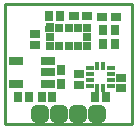
<source format=gts>
G04*
G04 #@! TF.GenerationSoftware,Altium Limited,Altium Designer,22.11.1 (43)*
G04*
G04 Layer_Color=8388736*
%FSLAX25Y25*%
%MOIN*%
G70*
G04*
G04 #@! TF.SameCoordinates,968F8FA3-88DA-4AFC-830A-3CF0B6850B21*
G04*
G04*
G04 #@! TF.FilePolarity,Negative*
G04*
G01*
G75*
%ADD16C,0.01000*%
G04:AMPARAMS|DCode=17|XSize=59.18mil|YSize=59.18mil|CornerRadius=16.8mil|HoleSize=0mil|Usage=FLASHONLY|Rotation=0.000|XOffset=0mil|YOffset=0mil|HoleType=Round|Shape=RoundedRectangle|*
%AMROUNDEDRECTD17*
21,1,0.05918,0.02559,0,0,0.0*
21,1,0.02559,0.05918,0,0,0.0*
1,1,0.03359,0.01280,-0.01280*
1,1,0.03359,-0.01280,-0.01280*
1,1,0.03359,-0.01280,0.01280*
1,1,0.03359,0.01280,0.01280*
%
%ADD17ROUNDEDRECTD17*%
%ADD18R,0.02572X0.01784*%
%ADD19R,0.01784X0.02572*%
%ADD20R,0.03320X0.03162*%
%ADD21R,0.03162X0.03320*%
%ADD22R,0.03162X0.03753*%
%ADD23R,0.04737X0.02965*%
%ADD24R,0.03753X0.03162*%
%ADD25R,0.02769X0.02769*%
G36*
X-4921Y984D02*
X-7992D01*
Y2756D01*
X-7677D01*
Y3740D01*
X-4921D01*
Y984D01*
D02*
G37*
D16*
X-21260Y10236D02*
X21260D01*
X-21260Y-29921D02*
Y10236D01*
X21260Y-29921D02*
Y10236D01*
X-21260Y-29921D02*
X21260D01*
D17*
X-9449Y-26378D02*
D03*
X9449D02*
D03*
X3150D02*
D03*
X-3150D02*
D03*
D18*
X7087Y-11220D02*
D03*
Y-13189D02*
D03*
Y-15157D02*
D03*
Y-17126D02*
D03*
X14173D02*
D03*
Y-15157D02*
D03*
Y-13189D02*
D03*
Y-11220D02*
D03*
D19*
X9646Y-17815D02*
D03*
X11614D02*
D03*
Y-10531D02*
D03*
X9646D02*
D03*
D20*
X3543Y-13228D02*
D03*
Y-16693D02*
D03*
X17323Y-14409D02*
D03*
Y-17874D02*
D03*
X-11024Y-3307D02*
D03*
Y158D02*
D03*
D21*
X8898Y-20866D02*
D03*
X12362D02*
D03*
X-8819Y-20866D02*
D03*
X-5354D02*
D03*
X-13228D02*
D03*
X-16693D02*
D03*
X-6457Y6299D02*
D03*
X-2992D02*
D03*
D22*
X-2362Y-16437D02*
D03*
Y-11909D02*
D03*
X11417Y1476D02*
D03*
Y-3051D02*
D03*
X15354Y1476D02*
D03*
Y-3051D02*
D03*
D23*
X-17520Y-16339D02*
D03*
Y-8858D02*
D03*
X-6890D02*
D03*
Y-12598D02*
D03*
Y-16339D02*
D03*
D24*
X1673Y6299D02*
D03*
X6201D02*
D03*
X11122Y5906D02*
D03*
X15650D02*
D03*
D25*
X-3150Y2362D02*
D03*
X0D02*
D03*
X3150D02*
D03*
X6299D02*
D03*
Y-787D02*
D03*
Y-3937D02*
D03*
X3150D02*
D03*
X0D02*
D03*
X-3150D02*
D03*
X-6299D02*
D03*
Y-787D02*
D03*
M02*

</source>
